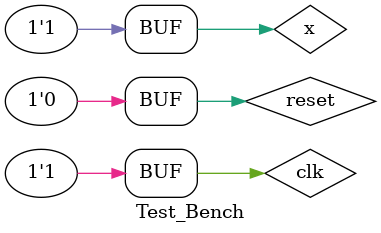
<source format=v>
`timescale 1ns / 1ps


module Test_Bench;

	// Inputs
	reg reset;
	reg clk;
	reg x;

	// Outputs
	wire y;

	// Instantiate the Unit Under Test (UUT)
	moore_1001 uut (
		.reset(reset), 
		.clk(clk), 
		.x(x), 
		.y(y)
	);

	initial begin
		// Initialize Inputs
		reset = 0;
		clk = 0;
		x = 0;
		#5;
		clk=1;
		x=0;
		#10;
		
     x = 0;
    #20; x = 1;
    #20; x = 0;
    #20; x = 0;
    #20; x = 1;
    #20; x = 1;
    #20; x = 0;
    #20; x = 0;
    #20; x = 1;
    #20; x = 0;
    #20; x = 0;
    #20; x = 0;
    #20; x = 1;
    #20; x = 0;
    #20; x = 0;
    #20; x = 1;
    #20; x = 0;
    #20; x = 0;
    #20; x = 1;
    #20; x = 1;
    #20; x = 0;
    #20; x = 0;
    #20; x = 1;
    #20;
	end
      
endmodule


</source>
